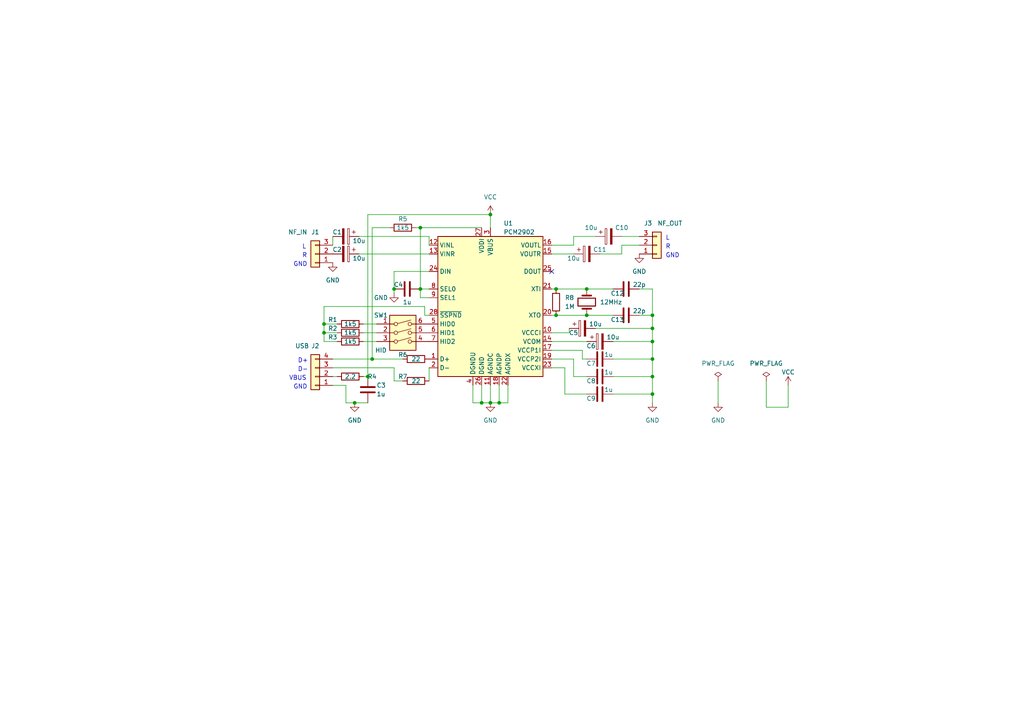
<source format=kicad_sch>
(kicad_sch (version 20211123) (generator eeschema)
  (paper "A4")
  (lib_symbols
    (symbol "Audio:PCM2902"
      (property "Reference" "U" (at -14.732 21.59 0))
      (property "Value" "PCM2902" (at 10.922 21.59 0))
      (symbol "PCM2902_0_1"
        (rectangle (start -15.24 20.32) (end 15.24 -20.32) (stroke (width 0.254)) (fill (type background)))
      )
      (symbol "PCM2902_1_1"
        (pin bidirectional line (at -17.78 -15.24 0) (length 2.54) (name "D+") (number "1"))
        (pin passive line (at 17.78 -7.62 180) (length 2.54) (name "VCCCI") (number "10"))
        (pin power_in line (at 0 -22.86 90) (length 2.54) (name "AGNDC") (number "11"))
        (pin input line (at -17.78 17.78 0) (length 2.54) (name "VINL") (number "12"))
        (pin input line (at -17.78 15.24 0) (length 2.54) (name "VINR") (number "13"))
        (pin passive line (at 17.78 -10.16 180) (length 2.54) (name "VCOM") (number "14"))
        (pin output line (at 17.78 15.24 180) (length 2.54) (name "VOUTR") (number "15"))
        (pin output line (at 17.78 17.78 180) (length 2.54) (name "VOUTL") (number "16"))
        (pin passive line (at 17.78 -12.7 180) (length 2.54) (name "VCCP1I") (number "17"))
        (pin power_in line (at 2.54 -22.86 90) (length 2.54) (name "AGNDP") (number "18"))
        (pin passive line (at 17.78 -15.24 180) (length 2.54) (name "VCCP2I") (number "19"))
        (pin bidirectional line (at -17.78 -17.78 0) (length 2.54) (name "D-") (number "2"))
        (pin output line (at 17.78 -2.54 180) (length 2.54) (name "XTO") (number "20"))
        (pin input line (at 17.78 5.08 180) (length 2.54) (name "XTI") (number "21"))
        (pin power_in line (at 5.08 -22.86 90) (length 2.54) (name "AGNDX") (number "22"))
        (pin passive line (at 17.78 -17.78 180) (length 2.54) (name "VCCXI") (number "23"))
        (pin input line (at -17.78 10.16 0) (length 2.54) (name "DIN") (number "24"))
        (pin output line (at 17.78 10.16 180) (length 2.54) (name "DOUT") (number "25"))
        (pin power_in line (at -2.54 -22.86 90) (length 2.54) (name "DGND") (number "26"))
        (pin power_out line (at -2.54 22.86 270) (length 2.54) (name "VDDI") (number "27"))
        (pin output line (at -17.78 -2.54 0) (length 2.54) (name "~{SSPND}") (number "28"))
        (pin power_in line (at 0 22.86 270) (length 2.54) (name "VBUS") (number "3"))
        (pin power_in line (at -5.08 -22.86 90) (length 2.54) (name "DGNDU") (number "4"))
        (pin input line (at -17.78 -5.08 0) (length 2.54) (name "HID0") (number "5"))
        (pin input line (at -17.78 -7.62 0) (length 2.54) (name "HID1") (number "6"))
        (pin input line (at -17.78 -10.16 0) (length 2.54) (name "HID2") (number "7"))
        (pin input line (at -17.78 5.08 0) (length 2.54) (name "SEL0") (number "8"))
        (pin input line (at -17.78 2.54 0) (length 2.54) (name "SEL1") (number "9"))
      )
    )
    (symbol "Connector_Generic:Conn_01x03" (pin_names (offset 1.016) hide)
      (property "Reference" "J" (at 0 5.08 0))
      (property "Value" "Conn_01x03" (at 0 -5.08 0))
      (symbol "Conn_01x03_1_1"
        (rectangle (start -1.27 -2.413) (end 0 -2.667) (stroke (width 0.1524)))
        (rectangle (start -1.27 0.127) (end 0 -0.127) (stroke (width 0.1524)))
        (rectangle (start -1.27 2.667) (end 0 2.413) (stroke (width 0.1524)))
        (rectangle (start -1.27 3.81) (end 1.27 -3.81) (stroke (width 0.254)) (fill (type background)))
        (pin passive line (at -5.08 2.54 0) (length 3.81) (name "Pin_1") (number "1"))
        (pin passive line (at -5.08 0 0) (length 3.81) (name "Pin_2") (number "2"))
        (pin passive line (at -5.08 -2.54 0) (length 3.81) (name "Pin_3") (number "3"))
      )
    )
    (symbol "Connector_Generic:Conn_01x04" (pin_names (offset 1.016) hide)
      (property "Reference" "J" (at 0 5.08 0))
      (property "Value" "Conn_01x04" (at 0 -7.62 0))
      (symbol "Conn_01x04_1_1"
        (rectangle (start -1.27 -4.953) (end 0 -5.207) (stroke (width 0.1524)))
        (rectangle (start -1.27 -2.413) (end 0 -2.667) (stroke (width 0.1524)))
        (rectangle (start -1.27 0.127) (end 0 -0.127) (stroke (width 0.1524)))
        (rectangle (start -1.27 2.667) (end 0 2.413) (stroke (width 0.1524)))
        (rectangle (start -1.27 3.81) (end 1.27 -6.35) (stroke (width 0.254)) (fill (type background)))
        (pin passive line (at -5.08 2.54 0) (length 3.81) (name "Pin_1") (number "1"))
        (pin passive line (at -5.08 0 0) (length 3.81) (name "Pin_2") (number "2"))
        (pin passive line (at -5.08 -2.54 0) (length 3.81) (name "Pin_3") (number "3"))
        (pin passive line (at -5.08 -5.08 0) (length 3.81) (name "Pin_4") (number "4"))
      )
    )
    (symbol "Device:C" (pin_numbers hide) (pin_names (offset 0.254))
      (property "Reference" "C" (at 0.635 2.54 0))
      (property "Value" "C" (at 0.635 -2.54 0))
      (symbol "C_0_1"
        (polyline (pts (xy -2.032 -0.762) (xy 2.032 -0.762)) (stroke (width 0.508)))
        (polyline (pts (xy -2.032 0.762) (xy 2.032 0.762)) (stroke (width 0.508)))
      )
      (symbol "C_1_1"
        (pin passive line (at 0 3.81 270) (length 2.794) (name "~") (number "1"))
        (pin passive line (at 0 -3.81 90) (length 2.794) (name "~") (number "2"))
      )
    )
    (symbol "Device:C_Polarized" (pin_numbers hide) (pin_names (offset 0.254))
      (property "Reference" "C" (at 0.635 2.54 0))
      (property "Value" "C_Polarized" (at 0.635 -2.54 0))
      (symbol "C_Polarized_0_1"
        (rectangle (start -2.286 0.508) (end 2.286 1.016))
        (polyline (pts (xy -1.778 2.286) (xy -0.762 2.286)))
        (polyline (pts (xy -1.27 2.794) (xy -1.27 1.778)))
        (rectangle (start 2.286 -0.508) (end -2.286 -1.016) (fill (type outline)))
      )
      (symbol "C_Polarized_1_1"
        (pin passive line (at 0 3.81 270) (length 2.794) (name "~") (number "1"))
        (pin passive line (at 0 -3.81 90) (length 2.794) (name "~") (number "2"))
      )
    )
    (symbol "Device:Crystal" (pin_numbers hide) (pin_names (offset 1.016) hide)
      (property "Reference" "Y" (at 0 3.81 0))
      (property "Value" "Crystal" (at 0 -3.81 0))
      (symbol "Crystal_0_1"
        (rectangle (start -1.143 2.54) (end 1.143 -2.54) (stroke (width 0.3048)))
        (polyline (pts (xy -2.54 0) (xy -1.905 0)))
        (polyline (pts (xy -1.905 -1.27) (xy -1.905 1.27)) (stroke (width 0.508)))
        (polyline (pts (xy 1.905 -1.27) (xy 1.905 1.27)) (stroke (width 0.508)))
        (polyline (pts (xy 2.54 0) (xy 1.905 0)))
      )
      (symbol "Crystal_1_1"
        (pin passive line (at -3.81 0 0) (length 1.27) (name "1") (number "1"))
        (pin passive line (at 3.81 0 180) (length 1.27) (name "2") (number "2"))
      )
    )
    (symbol "Device:R" (pin_numbers hide) (pin_names (offset 0))
      (property "Reference" "R" (at 2.032 0 90))
      (property "Value" "R" (at 0 0 90))
      (symbol "R_0_1"
        (rectangle (start -1.016 -2.54) (end 1.016 2.54) (stroke (width 0.254)))
      )
      (symbol "R_1_1"
        (pin passive line (at 0 3.81 270) (length 1.27) (name "~") (number "1"))
        (pin passive line (at 0 -3.81 90) (length 1.27) (name "~") (number "2"))
      )
    )
    (symbol "Switch:SW_DIP_x03" (pin_names (offset 0) hide)
      (property "Reference" "SW" (at 0 8.89 0))
      (property "Value" "SW_DIP_x03" (at 0 -3.81 0))
      (symbol "SW_DIP_x03_0_0"
        (circle (center -2.032 0) (radius 0.508))
        (circle (center -2.032 2.54) (radius 0.508))
        (circle (center -2.032 5.08) (radius 0.508))
        (polyline (pts (xy -1.524 0.127) (xy 2.3622 1.1684)))
        (polyline (pts (xy -1.524 2.667) (xy 2.3622 3.7084)))
        (polyline (pts (xy -1.524 5.207) (xy 2.3622 6.2484)))
        (circle (center 2.032 0) (radius 0.508))
        (circle (center 2.032 2.54) (radius 0.508))
        (circle (center 2.032 5.08) (radius 0.508))
      )
      (symbol "SW_DIP_x03_0_1"
        (rectangle (start -3.81 7.62) (end 3.81 -2.54) (stroke (width 0.254)) (fill (type background)))
      )
      (symbol "SW_DIP_x03_1_1"
        (pin passive line (at -7.62 5.08 0) (length 5.08) (name "~") (number "1"))
        (pin passive line (at -7.62 2.54 0) (length 5.08) (name "~") (number "2"))
        (pin passive line (at -7.62 0 0) (length 5.08) (name "~") (number "3"))
        (pin passive line (at 7.62 0 180) (length 5.08) (name "~") (number "4"))
        (pin passive line (at 7.62 2.54 180) (length 5.08) (name "~") (number "5"))
        (pin passive line (at 7.62 5.08 180) (length 5.08) (name "~") (number "6"))
      )
    )
    (symbol "power:GND" (power) (pin_names (offset 0))
      (property "Value" "GND" (at 0 -3.81 0))
      (symbol "GND_0_1"
        (polyline (pts (xy 0 0) (xy 0 -1.27) (xy 1.27 -1.27) (xy 0 -2.54) (xy -1.27 -1.27) (xy 0 -1.27)))
      )
      (symbol "GND_1_1"
        (pin power_in line (at 0 0 270) (length 0) hide (name "GND") (number "1"))
      )
    )
    (symbol "power:PWR_FLAG" (power) (pin_numbers hide) (pin_names (offset 0) hide)
      (property "Value" "PWR_FLAG" (at 0 3.81 0))
      (symbol "PWR_FLAG_0_0"
        (pin power_out line (at 0 0 90) (length 0) (name "pwr") (number "1"))
      )
      (symbol "PWR_FLAG_0_1"
        (polyline (pts (xy 0 0) (xy 0 1.27) (xy -1.016 1.905) (xy 0 2.54) (xy 1.016 1.905) (xy 0 1.27)))
      )
    )
    (symbol "power:VCC" (power) (pin_names (offset 0))
      (property "Value" "VCC" (at 0 3.81 0))
      (symbol "VCC_0_1"
        (polyline (pts (xy -0.762 1.27) (xy 0 2.54)))
        (polyline (pts (xy 0 0) (xy 0 2.54)))
        (polyline (pts (xy 0 2.54) (xy 0.762 1.27)))
      )
      (symbol "VCC_1_1"
        (pin power_in line (at 0 0 90) (length 0) hide (name "VCC") (number "1"))
      )
    )
  )
  (junction (at 93.98 96.52))
  (junction (at 189.23 91.44))
  (junction (at 189.23 95.25))
  (junction (at 121.92 83.82))
  (junction (at 102.87 116.84))
  (junction (at 107.95 104.14))
  (junction (at 139.7 116.84))
  (junction (at 161.29 83.82))
  (junction (at 142.24 116.84))
  (junction (at 161.29 91.44))
  (junction (at 189.23 104.14))
  (junction (at 106.68 109.22))
  (junction (at 142.24 62.23))
  (junction (at 121.92 66.04))
  (junction (at 93.98 93.98))
  (junction (at 144.78 116.84))
  (junction (at 189.23 109.22))
  (junction (at 114.3 83.82))
  (junction (at 189.23 99.06))
  (junction (at 189.23 114.3))
  (junction (at 170.18 83.82))
  (junction (at 170.18 91.44))
  (no_connect (at 160.02 78.74))
  (wire (pts (xy 105.41 96.52) (xy 109.22 96.52)))
  (wire (pts (xy 160.02 73.66) (xy 166.37 73.66)))
  (wire (pts (xy 139.7 111.76) (xy 139.7 116.84)))
  (wire (pts (xy 100.33 116.84) (xy 100.33 111.76)))
  (wire (pts (xy 147.32 111.76) (xy 147.32 116.84)))
  (wire (pts (xy 124.46 83.82) (xy 121.92 83.82)))
  (wire (pts (xy 185.42 71.12) (xy 180.34 71.12)))
  (wire (pts (xy 163.83 114.3) (xy 170.18 114.3)))
  (wire (pts (xy 185.42 83.82) (xy 189.23 83.82)))
  (wire (pts (xy 142.24 66.04) (xy 142.24 62.23)))
  (wire (pts (xy 106.68 62.23) (xy 142.24 62.23)))
  (wire (pts (xy 137.16 116.84) (xy 139.7 116.84)))
  (wire (pts (xy 189.23 116.84) (xy 189.23 114.3)))
  (wire (pts (xy 177.8 99.06) (xy 189.23 99.06)))
  (wire (pts (xy 166.37 68.58) (xy 166.37 71.12)))
  (wire (pts (xy 137.16 111.76) (xy 137.16 116.84)))
  (wire (pts (xy 106.68 62.23) (xy 106.68 109.22)))
  (wire (pts (xy 124.46 91.44) (xy 123.19 91.44)))
  (wire (pts (xy 177.8 109.22) (xy 189.23 109.22)))
  (wire (pts (xy 93.98 93.98) (xy 93.98 96.52)))
  (wire (pts (xy 177.8 114.3) (xy 189.23 114.3)))
  (wire (pts (xy 172.72 68.58) (xy 166.37 68.58)))
  (wire (pts (xy 173.99 73.66) (xy 180.34 73.66)))
  (wire (pts (xy 161.29 91.44) (xy 170.18 91.44)))
  (wire (pts (xy 160.02 91.44) (xy 161.29 91.44)))
  (wire (pts (xy 93.98 99.06) (xy 97.79 99.06)))
  (wire (pts (xy 114.3 106.68) (xy 96.52 106.68)))
  (wire (pts (xy 208.28 110.49) (xy 208.28 116.84)))
  (wire (pts (xy 177.8 104.14) (xy 189.23 104.14)))
  (wire (pts (xy 222.25 118.11) (xy 228.6 118.11)))
  (wire (pts (xy 93.98 88.9) (xy 123.19 88.9)))
  (wire (pts (xy 189.23 91.44) (xy 189.23 83.82)))
  (wire (pts (xy 124.46 106.68) (xy 124.46 110.49)))
  (wire (pts (xy 160.02 71.12) (xy 166.37 71.12)))
  (wire (pts (xy 120.65 66.04) (xy 121.92 66.04)))
  (wire (pts (xy 107.95 66.04) (xy 107.95 104.14)))
  (wire (pts (xy 160.02 106.68) (xy 163.83 106.68)))
  (wire (pts (xy 93.98 93.98) (xy 97.79 93.98)))
  (wire (pts (xy 172.72 95.25) (xy 189.23 95.25)))
  (wire (pts (xy 165.1 95.25) (xy 165.1 96.52)))
  (wire (pts (xy 113.03 66.04) (xy 107.95 66.04)))
  (wire (pts (xy 124.46 78.74) (xy 114.3 78.74)))
  (wire (pts (xy 222.25 110.49) (xy 222.25 118.11)))
  (wire (pts (xy 106.68 116.84) (xy 102.87 116.84)))
  (wire (pts (xy 170.18 91.44) (xy 177.8 91.44)))
  (wire (pts (xy 100.33 111.76) (xy 96.52 111.76)))
  (wire (pts (xy 185.42 91.44) (xy 189.23 91.44)))
  (wire (pts (xy 142.24 111.76) (xy 142.24 116.84)))
  (wire (pts (xy 180.34 68.58) (xy 185.42 68.58)))
  (wire (pts (xy 114.3 110.49) (xy 114.3 106.68)))
  (wire (pts (xy 107.95 104.14) (xy 116.84 104.14)))
  (wire (pts (xy 170.18 83.82) (xy 177.8 83.82)))
  (wire (pts (xy 189.23 95.25) (xy 189.23 91.44)))
  (wire (pts (xy 102.87 116.84) (xy 100.33 116.84)))
  (wire (pts (xy 161.29 83.82) (xy 170.18 83.82)))
  (wire (pts (xy 105.41 109.22) (xy 106.68 109.22)))
  (wire (pts (xy 160.02 83.82) (xy 161.29 83.82)))
  (wire (pts (xy 160.02 99.06) (xy 170.18 99.06)))
  (wire (pts (xy 114.3 78.74) (xy 114.3 83.82)))
  (wire (pts (xy 114.3 85.09) (xy 114.3 83.82)))
  (wire (pts (xy 144.78 111.76) (xy 144.78 116.84)))
  (wire (pts (xy 189.23 95.25) (xy 189.23 99.06)))
  (wire (pts (xy 93.98 96.52) (xy 93.98 99.06)))
  (wire (pts (xy 96.52 109.22) (xy 97.79 109.22)))
  (wire (pts (xy 123.19 88.9) (xy 123.19 91.44)))
  (wire (pts (xy 116.84 110.49) (xy 114.3 110.49)))
  (wire (pts (xy 163.83 106.68) (xy 163.83 114.3)))
  (wire (pts (xy 228.6 111.76) (xy 228.6 118.11)))
  (wire (pts (xy 160.02 101.6) (xy 168.91 101.6)))
  (wire (pts (xy 168.91 101.6) (xy 168.91 104.14)))
  (wire (pts (xy 139.7 116.84) (xy 142.24 116.84)))
  (wire (pts (xy 144.78 116.84) (xy 147.32 116.84)))
  (wire (pts (xy 180.34 71.12) (xy 180.34 73.66)))
  (wire (pts (xy 93.98 88.9) (xy 93.98 93.98)))
  (wire (pts (xy 104.14 73.66) (xy 124.46 73.66)))
  (wire (pts (xy 166.37 109.22) (xy 170.18 109.22)))
  (wire (pts (xy 189.23 104.14) (xy 189.23 109.22)))
  (wire (pts (xy 104.14 68.58) (xy 124.46 68.58)))
  (wire (pts (xy 121.92 83.82) (xy 121.92 86.36)))
  (wire (pts (xy 124.46 86.36) (xy 121.92 86.36)))
  (wire (pts (xy 160.02 104.14) (xy 166.37 104.14)))
  (wire (pts (xy 105.41 99.06) (xy 109.22 99.06)))
  (wire (pts (xy 189.23 99.06) (xy 189.23 104.14)))
  (wire (pts (xy 168.91 104.14) (xy 170.18 104.14)))
  (wire (pts (xy 121.92 66.04) (xy 139.7 66.04)))
  (wire (pts (xy 166.37 104.14) (xy 166.37 109.22)))
  (wire (pts (xy 189.23 109.22) (xy 189.23 114.3)))
  (wire (pts (xy 93.98 96.52) (xy 97.79 96.52)))
  (wire (pts (xy 124.46 68.58) (xy 124.46 71.12)))
  (wire (pts (xy 160.02 96.52) (xy 165.1 96.52)))
  (wire (pts (xy 121.92 66.04) (xy 121.92 83.82)))
  (wire (pts (xy 96.52 68.58) (xy 96.52 71.12)))
  (wire (pts (xy 105.41 93.98) (xy 109.22 93.98)))
  (wire (pts (xy 96.52 104.14) (xy 107.95 104.14)))
  (wire (pts (xy 142.24 116.84) (xy 144.78 116.84)))
  (text "D-" (at 86.36 107.95 0) (effects (font (size 1.27 1.27)) (justify left bottom)))
  (text "GND" (at 85.09 77.47 0) (effects (font (size 1.27 1.27)) (justify left bottom)))
  (text "L" (at 87.63 72.39 0) (effects (font (size 1.27 1.27)) (justify left bottom)))
  (text "GND" (at 193.04 74.93 0) (effects (font (size 1.27 1.27)) (justify left bottom)))
  (text "GND" (at 85.09 113.03 0) (effects (font (size 1.27 1.27)) (justify left bottom)))
  (text "R" (at 87.63 74.93 0) (effects (font (size 1.27 1.27)) (justify left bottom)))
  (text "D+" (at 86.36 105.41 0) (effects (font (size 1.27 1.27)) (justify left bottom)))
  (text "L" (at 193.04 69.85 0) (effects (font (size 1.27 1.27)) (justify left bottom)))
  (text "R" (at 193.04 72.39 0) (effects (font (size 1.27 1.27)) (justify left bottom)))
  (text "VBUS" (at 83.82 110.49 0) (effects (font (size 1.27 1.27)) (justify left bottom)))
  (symbol (lib_id "Device:Crystal") (at 170.18 87.63 90) (unit 1)
    (property "Reference" "Y1" (effects hide))
    (property "Value" "12MHz" (at 173.99 87.63 90) (effects (justify right)))
    (property "Footprint" "Crystal:Crystal_SMD_HC49-SD_HandSoldering" (effects hide))
  )
  (symbol (lib_id "Device:C_Polarized") (at 168.91 95.25 90) (mirror x) (unit 1)
    (property "Reference" "C5" (at 166.37 96.52 90))
    (property "Value" "10u" (at 172.72 93.98 90))
    (property "Footprint" "Capacitor_Tantalum_SMD:CP_EIA-3216-18_Kemet-A_Pad1.58x1.35mm_HandSolder" (effects hide))
  )
  (symbol (lib_id "Device:C") (at 173.99 114.3 90) (unit 1)
    (property "Reference" "C9" (at 171.45 115.57 90))
    (property "Value" "1u" (at 176.53 113.03 90))
    (property "Footprint" "Capacitor_SMD:C_1206_3216Metric_Pad1.33x1.80mm_HandSolder" (effects hide))
  )
  (symbol (lib_id "Device:R") (at 101.6 96.52 90) (unit 1)
    (property "Reference" "R2" (at 96.52 95.25 90))
    (property "Value" "1k5" (at 101.6 96.52 90))
    (property "Footprint" "Resistor_SMD:R_1206_3216Metric_Pad1.30x1.75mm_HandSolder" (effects hide))
  )
  (symbol (lib_id "Device:C_Polarized") (at 170.18 73.66 90) (mirror x) (unit 1)
    (property "Reference" "C11" (at 173.99 72.39 90))
    (property "Value" "10u" (at 166.37 74.93 90))
    (property "Footprint" "Capacitor_Tantalum_SMD:CP_EIA-3216-18_Kemet-A_Pad1.58x1.35mm_HandSolder" (effects hide))
  )
  (symbol (lib_id "Device:R") (at 101.6 99.06 90) (unit 1)
    (property "Reference" "R3" (at 96.52 97.79 90))
    (property "Value" "1k5" (at 101.6 99.06 90))
    (property "Footprint" "Resistor_SMD:R_1206_3216Metric_Pad1.30x1.75mm_HandSolder" (effects hide))
  )
  (symbol (lib_id "power:VCC") (at 142.24 62.23 0) (unit 1)
    (property "Reference" "#PWR0107" (effects hide))
    (property "Value" "VCC" (at 142.24 57.15 0))
  )
  (symbol (lib_id "Connector_Generic:Conn_01x03") (at 91.44 73.66 180) (unit 1)
    (property "Reference" "J1" (at 91.44 67.31 0))
    (property "Value" "NF_IN" (at 86.36 67.31 0))
    (property "Footprint" "Connector_JST:JST_XH_B3B-XH-A_1x03_P2.50mm_Vertical" (effects hide))
  )
  (symbol (lib_id "Switch:SW_DIP_x03") (at 116.84 99.06 0) (unit 1)
    (property "Reference" "SW1" (at 110.49 91.44 0))
    (property "Value" "HID" (at 110.49 101.6 0))
    (property "Footprint" "Button_Switch_THT:SW_DIP_SPSTx03_Slide_9.78x9.8mm_W7.62mm_P2.54mm" (effects hide))
  )
  (symbol (lib_id "Device:C") (at 118.11 83.82 90) (unit 1)
    (property "Reference" "C4" (at 115.57 82.55 90))
    (property "Value" "1u" (at 118.11 87.63 90))
    (property "Footprint" "Capacitor_SMD:C_1206_3216Metric_Pad1.33x1.80mm_HandSolder" (effects hide))
  )
  (symbol (lib_id "power:PWR_FLAG") (at 222.25 110.49 0) (unit 1)
    (property "Reference" "#FLG0101" (effects hide))
    (property "Value" "PWR_FLAG" (at 222.25 105.41 0))
  )
  (symbol (lib_id "Device:C") (at 173.99 104.14 90) (unit 1)
    (property "Reference" "C7" (at 171.45 105.41 90))
    (property "Value" "1u" (at 176.53 102.87 90))
    (property "Footprint" "Capacitor_SMD:C_1206_3216Metric_Pad1.33x1.80mm_HandSolder" (effects hide))
  )
  (symbol (lib_id "power:GND") (at 114.3 85.09 0) (unit 1)
    (property "Reference" "#PWR0106" (effects hide))
    (property "Value" "GND" (at 110.49 86.36 0))
  )
  (symbol (lib_id "power:PWR_FLAG") (at 208.28 110.49 0) (unit 1)
    (property "Reference" "#FLG0102" (effects hide))
    (property "Value" "PWR_FLAG" (at 208.28 105.41 0))
  )
  (symbol (lib_id "Device:R") (at 161.29 87.63 0) (unit 1)
    (property "Reference" "R8" (at 163.83 86.3599 0) (effects (justify left)))
    (property "Value" "1M" (at 163.83 88.9 0) (effects (justify left)))
    (property "Footprint" "Resistor_SMD:R_1206_3216Metric_Pad1.30x1.75mm_HandSolder" (effects hide))
  )
  (symbol (lib_id "power:GND") (at 208.28 116.84 0) (unit 1)
    (property "Reference" "#PWR0109" (effects hide))
    (property "Value" "GND" (at 208.28 121.92 0))
  )
  (symbol (lib_id "Device:R") (at 120.65 110.49 90) (unit 1)
    (property "Reference" "R7" (at 116.84 109.22 90))
    (property "Value" "22" (at 120.65 110.49 90))
    (property "Footprint" "Resistor_SMD:R_1206_3216Metric_Pad1.30x1.75mm_HandSolder" (effects hide))
  )
  (symbol (lib_id "power:GND") (at 189.23 116.84 0) (unit 1)
    (property "Reference" "#PWR0102" (effects hide))
    (property "Value" "GND" (at 189.23 121.92 0))
  )
  (symbol (lib_id "Audio:PCM2902") (at 142.24 88.9 0) (unit 1)
    (property "Reference" "U1" (at 146.05 64.77 0) (effects (justify left)))
    (property "Value" "PCM2902" (at 146.05 67.31 0) (effects (justify left)))
    (property "Footprint" "Package_SO:SSOP-28_5.3x10.2mm_P0.65mm" (effects hide))
    (property "Datasheet" "http://www.ti.com/lit/ds/symlink/pcm2902c.pdf" (effects hide))
  )
  (symbol (lib_id "power:GND") (at 142.24 116.84 0) (unit 1)
    (property "Reference" "#PWR0105" (effects hide))
    (property "Value" "GND" (at 142.24 121.92 0))
  )
  (symbol (lib_id "Device:R") (at 120.65 104.14 90) (unit 1)
    (property "Reference" "R6" (at 116.84 102.87 90))
    (property "Value" "22" (at 120.65 104.14 90))
    (property "Footprint" "Resistor_SMD:R_1206_3216Metric_Pad1.30x1.75mm_HandSolder" (effects hide))
  )
  (symbol (lib_id "Device:C") (at 181.61 91.44 90) (unit 1)
    (property "Reference" "C13" (at 179.07 92.71 90))
    (property "Value" "22p" (at 185.42 90.17 90))
    (property "Footprint" "Capacitor_SMD:C_1206_3216Metric_Pad1.33x1.80mm_HandSolder" (effects hide))
  )
  (symbol (lib_id "Device:C_Polarized") (at 173.99 99.06 90) (mirror x) (unit 1)
    (property "Reference" "C6" (at 171.45 100.33 90))
    (property "Value" "10u" (at 177.8 97.79 90))
    (property "Footprint" "Capacitor_Tantalum_SMD:CP_EIA-3216-18_Kemet-A_Pad1.58x1.35mm_HandSolder" (effects hide))
  )
  (symbol (lib_id "power:GND") (at 102.87 116.84 0) (unit 1)
    (property "Reference" "#PWR0103" (effects hide))
    (property "Value" "GND" (at 102.87 121.92 0))
  )
  (symbol (lib_id "Device:C_Polarized") (at 100.33 73.66 270) (unit 1)
    (property "Reference" "C2" (at 97.79 72.39 90))
    (property "Value" "10u" (at 104.14 74.93 90))
    (property "Footprint" "Capacitor_Tantalum_SMD:CP_EIA-3216-18_Kemet-A_Pad1.58x1.35mm_HandSolder" (effects hide))
  )
  (symbol (lib_id "power:GND") (at 185.42 73.66 0) (unit 1)
    (property "Reference" "#PWR0101" (effects hide))
    (property "Value" "GND" (at 185.42 78.74 0))
  )
  (symbol (lib_id "Device:C_Polarized") (at 176.53 68.58 90) (mirror x) (unit 1)
    (property "Reference" "C10" (at 180.34 66.04 90))
    (property "Value" "10u" (at 171.45 66.04 90))
    (property "Footprint" "Capacitor_Tantalum_SMD:CP_EIA-3216-18_Kemet-A_Pad1.58x1.35mm_HandSolder" (effects hide))
  )
  (symbol (lib_id "Device:R") (at 101.6 93.98 90) (unit 1)
    (property "Reference" "R1" (at 96.52 92.71 90))
    (property "Value" "1k5" (at 101.6 93.98 90))
    (property "Footprint" "Resistor_SMD:R_1206_3216Metric_Pad1.30x1.75mm_HandSolder" (effects hide))
  )
  (symbol (lib_id "power:GND") (at 96.52 76.2 0) (unit 1)
    (property "Reference" "#PWR0104" (effects hide))
    (property "Value" "GND" (at 96.52 81.28 0))
  )
  (symbol (lib_id "Device:C") (at 173.99 109.22 90) (unit 1)
    (property "Reference" "C8" (at 171.45 110.49 90))
    (property "Value" "1u" (at 176.53 107.95 90))
    (property "Footprint" "Capacitor_SMD:C_1206_3216Metric_Pad1.33x1.80mm_HandSolder" (effects hide))
  )
  (symbol (lib_id "Device:R") (at 116.84 66.04 90) (unit 1)
    (property "Reference" "R5" (at 116.84 63.5 90))
    (property "Value" "1k5" (at 116.84 66.04 90))
    (property "Footprint" "Resistor_SMD:R_1206_3216Metric_Pad1.30x1.75mm_HandSolder" (effects hide))
  )
  (symbol (lib_id "Connector_Generic:Conn_01x04") (at 91.44 109.22 180) (unit 1)
    (property "Reference" "J2" (at 91.44 100.33 0))
    (property "Value" "USB" (at 87.63 100.33 0))
    (property "Footprint" "Connector_JST:JST_XH_B4B-XH-A_1x04_P2.50mm_Vertical" (effects hide))
  )
  (symbol (lib_id "Device:C") (at 181.61 83.82 90) (unit 1)
    (property "Reference" "C12" (at 179.07 85.09 90))
    (property "Value" "22p" (at 185.42 82.55 90))
    (property "Footprint" "Capacitor_SMD:C_1206_3216Metric_Pad1.33x1.80mm_HandSolder" (effects hide))
  )
  (symbol (lib_id "power:VCC") (at 228.6 111.76 0) (unit 1)
    (property "Reference" "#PWR0108" (effects hide))
    (property "Value" "VCC" (at 228.6 107.95 0))
  )
  (symbol (lib_id "Connector_Generic:Conn_01x03") (at 190.5 71.12 0) (mirror x) (unit 1)
    (property "Reference" "J3" (at 187.96 64.77 0))
    (property "Value" "NF_OUT" (at 194.31 64.77 0))
    (property "Footprint" "Connector_JST:JST_XH_B3B-XH-A_1x03_P2.50mm_Vertical" (effects hide))
  )
  (symbol (lib_id "Device:R") (at 101.6 109.22 90) (unit 1)
    (property "Reference" "R4" (at 107.95 109.22 90))
    (property "Value" "2.2" (at 101.6 109.22 90))
    (property "Footprint" "Resistor_SMD:R_1206_3216Metric_Pad1.30x1.75mm_HandSolder" (effects hide))
  )
  (symbol (lib_id "Device:C") (at 106.68 113.03 0) (unit 1)
    (property "Reference" "C3" (at 109.22 111.76 0) (effects (justify left)))
    (property "Value" "1u" (at 109.22 114.3 0) (effects (justify left)))
    (property "Footprint" "Capacitor_SMD:C_1206_3216Metric_Pad1.33x1.80mm_HandSolder" (effects hide))
  )
  (symbol (lib_id "Device:C_Polarized") (at 100.33 68.58 270) (unit 1)
    (property "Reference" "C1" (at 97.79 67.31 90))
    (property "Value" "10u" (at 104.14 69.85 90))
    (property "Footprint" "Capacitor_Tantalum_SMD:CP_EIA-3216-18_Kemet-A_Pad1.58x1.35mm_HandSolder" (effects hide))
  )
)
</source>
